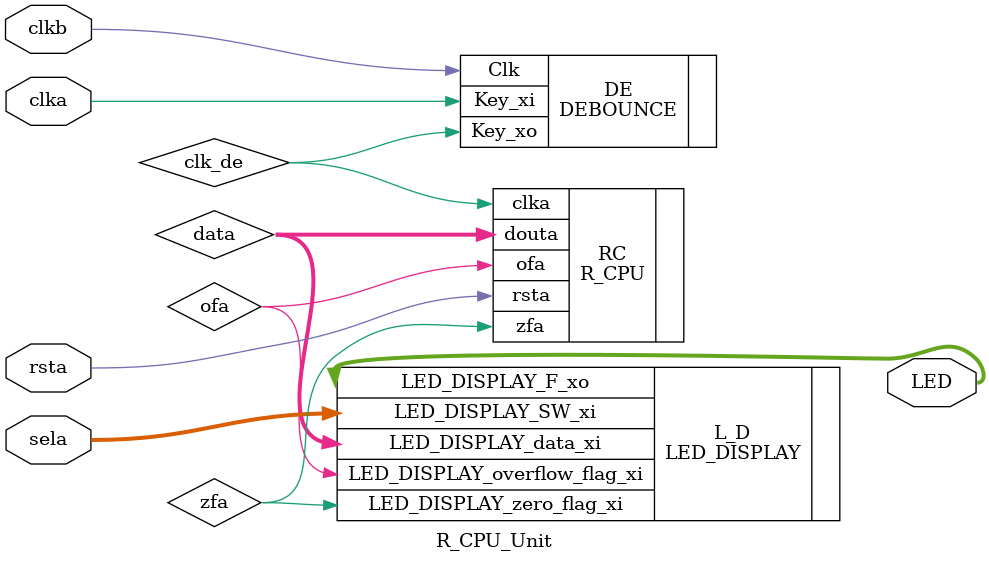
<source format=v>
`timescale 1ns / 1ps
module R_CPU_Unit(
  clka,
  clkb,
  rsta,
  sela,
  LED  
  );
  
  input clka;
  input clkb;
  input rsta;
  input [3 : 0] sela;
  output [7 : 0] LED;

  wire clk_de;
  wire ofa;
  wire zfa;
  wire [31 : 0] data;

  DEBOUNCE DE(
    .Clk(clkb),
    .Key_xi(clka),
    .Key_xo(clk_de)
  );

  R_CPU RC(
    .clka(clk_de),
    .rsta(rsta),
    .ofa(ofa),
    .zfa(zfa),
    .douta(data)
  );

  LED_DISPLAY L_D(
    .LED_DISPLAY_data_xi(data),
    .LED_DISPLAY_zero_flag_xi(zfa),
    .LED_DISPLAY_overflow_flag_xi(ofa),
    .LED_DISPLAY_SW_xi(sela),
    .LED_DISPLAY_F_xo(LED)
  );

endmodule
</source>
